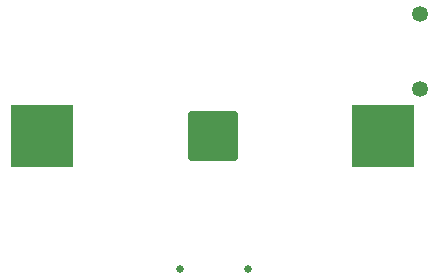
<source format=gbr>
%TF.GenerationSoftware,KiCad,Pcbnew,8.0.8-8.0.8-0~ubuntu24.04.1*%
%TF.CreationDate,2025-08-05T20:55:59-04:00*%
%TF.ProjectId,electronics,656c6563-7472-46f6-9e69-63732e6b6963,rev?*%
%TF.SameCoordinates,Original*%
%TF.FileFunction,Soldermask,Bot*%
%TF.FilePolarity,Negative*%
%FSLAX46Y46*%
G04 Gerber Fmt 4.6, Leading zero omitted, Abs format (unit mm)*
G04 Created by KiCad (PCBNEW 8.0.8-8.0.8-0~ubuntu24.04.1) date 2025-08-05 20:55:59*
%MOMM*%
%LPD*%
G01*
G04 APERTURE LIST*
G04 Aperture macros list*
%AMRoundRect*
0 Rectangle with rounded corners*
0 $1 Rounding radius*
0 $2 $3 $4 $5 $6 $7 $8 $9 X,Y pos of 4 corners*
0 Add a 4 corners polygon primitive as box body*
4,1,4,$2,$3,$4,$5,$6,$7,$8,$9,$2,$3,0*
0 Add four circle primitives for the rounded corners*
1,1,$1+$1,$2,$3*
1,1,$1+$1,$4,$5*
1,1,$1+$1,$6,$7*
1,1,$1+$1,$8,$9*
0 Add four rect primitives between the rounded corners*
20,1,$1+$1,$2,$3,$4,$5,0*
20,1,$1+$1,$4,$5,$6,$7,0*
20,1,$1+$1,$6,$7,$8,$9,0*
20,1,$1+$1,$8,$9,$2,$3,0*%
G04 Aperture macros list end*
%ADD10C,1.346200*%
%ADD11C,0.650000*%
%ADD12RoundRect,0.102000X2.540000X2.540000X-2.540000X2.540000X-2.540000X-2.540000X2.540000X-2.540000X0*%
%ADD13RoundRect,0.102000X1.980000X1.980000X-1.980000X1.980000X-1.980000X-1.980000X1.980000X-1.980000X0*%
G04 APERTURE END LIST*
D10*
%TO.C,SW1*%
X222404287Y-81190001D03*
X222404287Y-87489999D03*
%TD*%
D11*
%TO.C,J1*%
X202040000Y-102705000D03*
X207820000Y-102705000D03*
%TD*%
D12*
%TO.C,BT1*%
X219285000Y-91510000D03*
X190355000Y-91510000D03*
D13*
X204820000Y-91510000D03*
%TD*%
M02*

</source>
